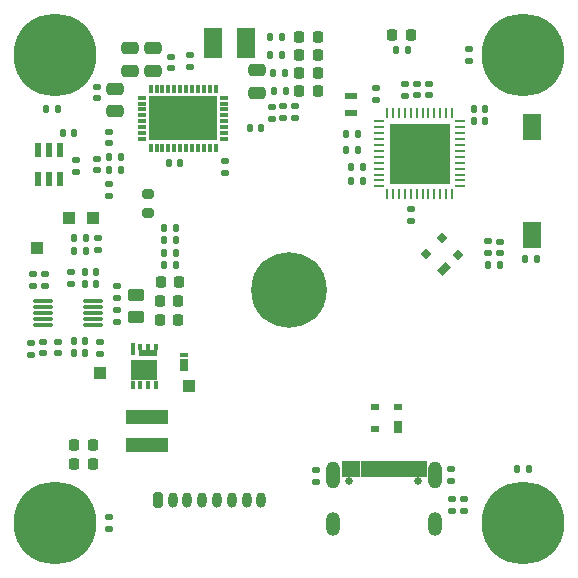
<source format=gbr>
G04 #@! TF.GenerationSoftware,KiCad,Pcbnew,8.0.8*
G04 #@! TF.CreationDate,2025-02-05T10:03:22-05:00*
G04 #@! TF.ProjectId,RW_board,52575f62-6f61-4726-942e-6b696361645f,rev?*
G04 #@! TF.SameCoordinates,Original*
G04 #@! TF.FileFunction,Soldermask,Top*
G04 #@! TF.FilePolarity,Negative*
%FSLAX46Y46*%
G04 Gerber Fmt 4.6, Leading zero omitted, Abs format (unit mm)*
G04 Created by KiCad (PCBNEW 8.0.8) date 2025-02-05 10:03:22*
%MOMM*%
%LPD*%
G01*
G04 APERTURE LIST*
G04 Aperture macros list*
%AMRoundRect*
0 Rectangle with rounded corners*
0 $1 Rounding radius*
0 $2 $3 $4 $5 $6 $7 $8 $9 X,Y pos of 4 corners*
0 Add a 4 corners polygon primitive as box body*
4,1,4,$2,$3,$4,$5,$6,$7,$8,$9,$2,$3,0*
0 Add four circle primitives for the rounded corners*
1,1,$1+$1,$2,$3*
1,1,$1+$1,$4,$5*
1,1,$1+$1,$6,$7*
1,1,$1+$1,$8,$9*
0 Add four rect primitives between the rounded corners*
20,1,$1+$1,$2,$3,$4,$5,0*
20,1,$1+$1,$4,$5,$6,$7,0*
20,1,$1+$1,$6,$7,$8,$9,0*
20,1,$1+$1,$8,$9,$2,$3,0*%
%AMRotRect*
0 Rectangle, with rotation*
0 The origin of the aperture is its center*
0 $1 length*
0 $2 width*
0 $3 Rotation angle, in degrees counterclockwise*
0 Add horizontal line*
21,1,$1,$2,0,0,$3*%
G04 Aperture macros list end*
%ADD10C,0.010000*%
%ADD11RoundRect,0.135000X-0.135000X-0.185000X0.135000X-0.185000X0.135000X0.185000X-0.135000X0.185000X0*%
%ADD12RoundRect,0.140000X0.140000X0.170000X-0.140000X0.170000X-0.140000X-0.170000X0.140000X-0.170000X0*%
%ADD13R,1.000000X1.000000*%
%ADD14C,0.800000*%
%ADD15C,7.000000*%
%ADD16RoundRect,0.135000X0.185000X-0.135000X0.185000X0.135000X-0.185000X0.135000X-0.185000X-0.135000X0*%
%ADD17RoundRect,0.135000X0.135000X0.185000X-0.135000X0.185000X-0.135000X-0.185000X0.135000X-0.185000X0*%
%ADD18C,6.400000*%
%ADD19RoundRect,0.140000X-0.140000X-0.170000X0.140000X-0.170000X0.140000X0.170000X-0.140000X0.170000X0*%
%ADD20RoundRect,0.225000X-0.225000X-0.250000X0.225000X-0.250000X0.225000X0.250000X-0.225000X0.250000X0*%
%ADD21R,1.600000X2.180000*%
%ADD22RoundRect,0.135000X-0.185000X0.135000X-0.185000X-0.135000X0.185000X-0.135000X0.185000X0.135000X0*%
%ADD23RoundRect,0.140000X0.170000X-0.140000X0.170000X0.140000X-0.170000X0.140000X-0.170000X-0.140000X0*%
%ADD24RoundRect,0.225000X0.225000X0.250000X-0.225000X0.250000X-0.225000X-0.250000X0.225000X-0.250000X0*%
%ADD25RoundRect,0.200000X-0.200000X-0.450000X0.200000X-0.450000X0.200000X0.450000X-0.200000X0.450000X0*%
%ADD26O,0.800000X1.300000*%
%ADD27RotRect,0.700000X1.000000X135.000000*%
%ADD28RotRect,0.600000X0.700000X45.000000*%
%ADD29RoundRect,0.140000X-0.170000X0.140000X-0.170000X-0.140000X0.170000X-0.140000X0.170000X0.140000X0*%
%ADD30RoundRect,0.250000X-0.475000X0.250000X-0.475000X-0.250000X0.475000X-0.250000X0.475000X0.250000X0*%
%ADD31RoundRect,0.102000X1.700000X-0.490000X1.700000X0.490000X-1.700000X0.490000X-1.700000X-0.490000X0*%
%ADD32R,1.650000X2.600000*%
%ADD33RoundRect,0.062500X-0.375000X-0.062500X0.375000X-0.062500X0.375000X0.062500X-0.375000X0.062500X0*%
%ADD34RoundRect,0.062500X-0.062500X-0.375000X0.062500X-0.375000X0.062500X0.375000X-0.062500X0.375000X0*%
%ADD35R,5.150000X5.150000*%
%ADD36R,0.700000X1.000000*%
%ADD37R,0.700000X0.600000*%
%ADD38RoundRect,0.218750X0.218750X0.256250X-0.218750X0.256250X-0.218750X-0.256250X0.218750X-0.256250X0*%
%ADD39R,0.600000X1.250000*%
%ADD40R,0.340000X0.500000*%
%ADD41R,0.340000X1.000000*%
%ADD42R,0.340000X0.800000*%
%ADD43R,1.640000X0.600000*%
%ADD44R,2.290000X1.710000*%
%ADD45RoundRect,0.250000X0.475000X-0.250000X0.475000X0.250000X-0.475000X0.250000X-0.475000X-0.250000X0*%
%ADD46R,1.100000X0.600000*%
%ADD47R,0.690000X0.385000*%
%ADD48R,0.690000X1.035000*%
%ADD49RoundRect,0.250000X-0.450000X0.262500X-0.450000X-0.262500X0.450000X-0.262500X0.450000X0.262500X0*%
%ADD50R,0.300000X0.800000*%
%ADD51R,0.800000X0.300000*%
%ADD52R,5.800000X3.800000*%
%ADD53RoundRect,0.200000X-0.275000X0.200000X-0.275000X-0.200000X0.275000X-0.200000X0.275000X0.200000X0*%
%ADD54RoundRect,0.087500X0.725000X0.087500X-0.725000X0.087500X-0.725000X-0.087500X0.725000X-0.087500X0*%
%ADD55C,0.650000*%
%ADD56O,1.204000X2.304000*%
%ADD57O,1.204000X2.004000*%
G04 APERTURE END LIST*
D10*
X154376000Y-115250000D02*
X153676000Y-115250000D01*
X153676000Y-114000000D01*
X154376000Y-114000000D01*
X154376000Y-115250000D01*
G36*
X154376000Y-115250000D02*
G01*
X153676000Y-115250000D01*
X153676000Y-114000000D01*
X154376000Y-114000000D01*
X154376000Y-115250000D01*
G37*
X155176000Y-115250000D02*
X154476000Y-115250000D01*
X154476000Y-114000000D01*
X155176000Y-114000000D01*
X155176000Y-115250000D01*
G36*
X155176000Y-115250000D02*
G01*
X154476000Y-115250000D01*
X154476000Y-114000000D01*
X155176000Y-114000000D01*
X155176000Y-115250000D01*
G37*
X155676000Y-115250000D02*
X155276000Y-115250000D01*
X155276000Y-114000000D01*
X155676000Y-114000000D01*
X155676000Y-115250000D01*
G36*
X155676000Y-115250000D02*
G01*
X155276000Y-115250000D01*
X155276000Y-114000000D01*
X155676000Y-114000000D01*
X155676000Y-115250000D01*
G37*
X156176000Y-115250000D02*
X155776000Y-115250000D01*
X155776000Y-114000000D01*
X156176000Y-114000000D01*
X156176000Y-115250000D01*
G36*
X156176000Y-115250000D02*
G01*
X155776000Y-115250000D01*
X155776000Y-114000000D01*
X156176000Y-114000000D01*
X156176000Y-115250000D01*
G37*
X156676000Y-115250000D02*
X156276000Y-115250000D01*
X156276000Y-114000000D01*
X156676000Y-114000000D01*
X156676000Y-115250000D01*
G36*
X156676000Y-115250000D02*
G01*
X156276000Y-115250000D01*
X156276000Y-114000000D01*
X156676000Y-114000000D01*
X156676000Y-115250000D01*
G37*
X157176000Y-115250000D02*
X156776000Y-115250000D01*
X156776000Y-114000000D01*
X157176000Y-114000000D01*
X157176000Y-115250000D01*
G36*
X157176000Y-115250000D02*
G01*
X156776000Y-115250000D01*
X156776000Y-114000000D01*
X157176000Y-114000000D01*
X157176000Y-115250000D01*
G37*
X157676000Y-115250000D02*
X157276000Y-115250000D01*
X157276000Y-114000000D01*
X157676000Y-114000000D01*
X157676000Y-115250000D01*
G36*
X157676000Y-115250000D02*
G01*
X157276000Y-115250000D01*
X157276000Y-114000000D01*
X157676000Y-114000000D01*
X157676000Y-115250000D01*
G37*
X158176000Y-115250000D02*
X157776000Y-115250000D01*
X157776000Y-114000000D01*
X158176000Y-114000000D01*
X158176000Y-115250000D01*
G36*
X158176000Y-115250000D02*
G01*
X157776000Y-115250000D01*
X157776000Y-114000000D01*
X158176000Y-114000000D01*
X158176000Y-115250000D01*
G37*
X158676000Y-115250000D02*
X158276000Y-115250000D01*
X158276000Y-114000000D01*
X158676000Y-114000000D01*
X158676000Y-115250000D01*
G36*
X158676000Y-115250000D02*
G01*
X158276000Y-115250000D01*
X158276000Y-114000000D01*
X158676000Y-114000000D01*
X158676000Y-115250000D01*
G37*
X159176000Y-115250000D02*
X158776000Y-115250000D01*
X158776000Y-114000000D01*
X159176000Y-114000000D01*
X159176000Y-115250000D01*
G36*
X159176000Y-115250000D02*
G01*
X158776000Y-115250000D01*
X158776000Y-114000000D01*
X159176000Y-114000000D01*
X159176000Y-115250000D01*
G37*
X159976000Y-115250000D02*
X159276000Y-115250000D01*
X159276000Y-114000000D01*
X159976000Y-114000000D01*
X159976000Y-115250000D01*
G36*
X159976000Y-115250000D02*
G01*
X159276000Y-115250000D01*
X159276000Y-114000000D01*
X159976000Y-114000000D01*
X159976000Y-115250000D01*
G37*
X160776000Y-115250000D02*
X160076000Y-115250000D01*
X160076000Y-114000000D01*
X160776000Y-114000000D01*
X160776000Y-115250000D01*
G36*
X160776000Y-115250000D02*
G01*
X160076000Y-115250000D01*
X160076000Y-114000000D01*
X160776000Y-114000000D01*
X160776000Y-115250000D01*
G37*
D11*
X154430000Y-89154000D03*
X155450000Y-89154000D03*
D12*
X165834000Y-84198500D03*
X164874000Y-84198500D03*
D11*
X169160000Y-96901000D03*
X170180000Y-96901000D03*
D13*
X140716000Y-107696000D03*
D14*
X127556845Y-77772845D03*
X127556845Y-81485155D03*
D15*
X129413000Y-79629000D03*
D14*
X129413000Y-82254000D03*
X131269155Y-77772845D03*
X131269155Y-81485155D03*
X132038000Y-79629000D03*
D13*
X132588000Y-93472000D03*
D11*
X131011200Y-96266000D03*
X132031200Y-96266000D03*
D16*
X151500000Y-115760000D03*
X151500000Y-114740000D03*
D11*
X147616000Y-78105000D03*
X148636000Y-78105000D03*
D12*
X132866800Y-98029000D03*
X131906800Y-98029000D03*
D17*
X139657000Y-94279000D03*
X138637000Y-94279000D03*
D18*
X149200000Y-99500000D03*
D19*
X145925600Y-85852000D03*
X146885600Y-85852000D03*
D20*
X138290000Y-100487000D03*
X139840000Y-100487000D03*
D21*
X169799000Y-85707000D03*
X169799000Y-94887000D03*
D22*
X149733000Y-83945000D03*
X149733000Y-84965000D03*
D16*
X128524000Y-99189000D03*
X128524000Y-98169000D03*
D23*
X132969000Y-89380000D03*
X132969000Y-88420000D03*
D24*
X132601000Y-112649000D03*
X131051000Y-112649000D03*
D19*
X139020000Y-88750000D03*
X139980000Y-88750000D03*
D25*
X138119000Y-117299000D03*
D26*
X139369000Y-117299000D03*
X140619000Y-117299000D03*
X141869000Y-117299000D03*
X143119000Y-117299000D03*
X144369000Y-117299000D03*
X145619000Y-117299000D03*
X146869000Y-117299000D03*
D11*
X147626000Y-79629000D03*
X148646000Y-79629000D03*
D27*
X162355777Y-97757437D03*
D28*
X163557858Y-96555355D03*
X162143645Y-95141142D03*
X160800142Y-96484645D03*
D29*
X133248400Y-103964800D03*
X133248400Y-104924800D03*
D22*
X134620000Y-101247000D03*
X134620000Y-102267000D03*
D29*
X133985000Y-90579000D03*
X133985000Y-91539000D03*
X160020000Y-82085000D03*
X160020000Y-83045000D03*
D12*
X131036000Y-86233000D03*
X130076000Y-86233000D03*
D23*
X133985000Y-87094000D03*
X133985000Y-86134000D03*
D16*
X159004000Y-83075000D03*
X159004000Y-82055000D03*
X163000000Y-118260000D03*
X163000000Y-117240000D03*
D12*
X132864800Y-99045000D03*
X131904800Y-99045000D03*
D30*
X146496039Y-80932750D03*
X146496039Y-82832750D03*
D31*
X137160000Y-112691000D03*
X137160000Y-110321000D03*
D11*
X147893322Y-81157909D03*
X148913322Y-81157909D03*
D14*
X166412000Y-79629000D03*
X167180845Y-77772845D03*
X167180845Y-81485155D03*
D15*
X169037000Y-79629000D03*
D14*
X169037000Y-82254000D03*
X170893155Y-77772845D03*
X170893155Y-81485155D03*
D17*
X135003000Y-88265000D03*
X133983000Y-88265000D03*
D29*
X128397000Y-103914000D03*
X128397000Y-104874000D03*
D30*
X134493000Y-82489000D03*
X134493000Y-84389000D03*
D11*
X168527000Y-114681000D03*
X169547000Y-114681000D03*
D32*
X142745000Y-78587600D03*
X145545000Y-78587600D03*
D33*
X156836500Y-85261000D03*
X156836500Y-85761000D03*
X156836500Y-86261000D03*
X156836500Y-86761000D03*
X156836500Y-87261000D03*
X156836500Y-87761000D03*
X156836500Y-88261000D03*
X156836500Y-88761000D03*
X156836500Y-89261000D03*
X156836500Y-89761000D03*
X156836500Y-90261000D03*
X156836500Y-90761000D03*
D34*
X157524000Y-91448500D03*
X158024000Y-91448500D03*
X158524000Y-91448500D03*
X159024000Y-91448500D03*
X159524000Y-91448500D03*
X160024000Y-91448500D03*
X160524000Y-91448500D03*
X161024000Y-91448500D03*
X161524000Y-91448500D03*
X162024000Y-91448500D03*
X162524000Y-91448500D03*
X163024000Y-91448500D03*
D33*
X163711500Y-90761000D03*
X163711500Y-90261000D03*
X163711500Y-89761000D03*
X163711500Y-89261000D03*
X163711500Y-88761000D03*
X163711500Y-88261000D03*
X163711500Y-87761000D03*
X163711500Y-87261000D03*
X163711500Y-86761000D03*
X163711500Y-86261000D03*
X163711500Y-85761000D03*
X163711500Y-85261000D03*
D34*
X163024000Y-84573500D03*
X162524000Y-84573500D03*
X162024000Y-84573500D03*
X161524000Y-84573500D03*
X161024000Y-84573500D03*
X160524000Y-84573500D03*
X160024000Y-84573500D03*
X159524000Y-84573500D03*
X159024000Y-84573500D03*
X158524000Y-84573500D03*
X158024000Y-84573500D03*
X157524000Y-84573500D03*
D35*
X160274000Y-88011000D03*
D23*
X140843000Y-80617000D03*
X140843000Y-79657000D03*
D22*
X134620000Y-99215000D03*
X134620000Y-100235000D03*
D36*
X158480000Y-111113000D03*
D37*
X158480000Y-109413000D03*
X156480000Y-109413000D03*
X156480000Y-111313000D03*
D17*
X135003000Y-89408000D03*
X133983000Y-89408000D03*
X132031200Y-95123000D03*
X131011200Y-95123000D03*
D38*
X151638000Y-81153000D03*
X150063000Y-81153000D03*
X151663500Y-79629000D03*
X150088500Y-79629000D03*
D39*
X129855000Y-87650000D03*
X128905000Y-87650000D03*
X127955000Y-87650000D03*
X127955000Y-90150000D03*
X128905000Y-90150000D03*
X129855000Y-90150000D03*
D40*
X137922000Y-104319000D03*
X137272000Y-104319000D03*
X136622000Y-104319000D03*
D41*
X135972000Y-104569000D03*
D42*
X135972000Y-107569000D03*
X136622000Y-107569000D03*
X137272000Y-107569000D03*
X137922000Y-107569000D03*
D43*
X137272000Y-104869000D03*
D44*
X136947000Y-106314000D03*
D38*
X159537500Y-77978000D03*
X157962500Y-77978000D03*
X151663500Y-82677000D03*
X150088500Y-82677000D03*
X151663500Y-78105000D03*
X150088500Y-78105000D03*
D45*
X135737600Y-80966000D03*
X135737600Y-79066000D03*
D14*
X166412000Y-119253000D03*
X167180845Y-117396845D03*
X167180845Y-121109155D03*
X169037000Y-116628000D03*
D15*
X169037000Y-119253000D03*
D14*
X170893155Y-117396845D03*
X170893155Y-121109155D03*
D13*
X133223000Y-106553000D03*
X127889000Y-96012000D03*
D29*
X167086000Y-95433000D03*
X167086000Y-96393000D03*
D24*
X132601000Y-114300000D03*
X131051000Y-114300000D03*
D16*
X143764000Y-89664000D03*
X143764000Y-88644000D03*
D46*
X154432000Y-83120000D03*
X154432000Y-84520000D03*
D19*
X154079000Y-86360000D03*
X155039000Y-86360000D03*
D22*
X147782596Y-84012793D03*
X147782596Y-85032793D03*
X164465000Y-79119000D03*
X164465000Y-80139000D03*
D11*
X138637000Y-95295000D03*
X139657000Y-95295000D03*
D23*
X159524000Y-93678500D03*
X159524000Y-92718500D03*
D22*
X127381000Y-104011000D03*
X127381000Y-105031000D03*
D47*
X140335000Y-105006000D03*
D48*
X140335000Y-105918000D03*
D29*
X161036000Y-82085000D03*
X161036000Y-83045000D03*
D49*
X136271000Y-99955500D03*
X136271000Y-101780500D03*
D11*
X147952816Y-82645258D03*
X148972816Y-82645258D03*
D29*
X139250000Y-79770000D03*
X139250000Y-80730000D03*
D17*
X167096000Y-97413000D03*
X166076000Y-97413000D03*
D22*
X148717000Y-83945000D03*
X148717000Y-84965000D03*
D19*
X138652000Y-96361000D03*
X139612000Y-96361000D03*
D12*
X165834000Y-85198500D03*
X164874000Y-85198500D03*
D23*
X164000000Y-118230000D03*
X164000000Y-117270000D03*
D17*
X159260000Y-79248000D03*
X158240000Y-79248000D03*
D20*
X138290000Y-102108000D03*
X139840000Y-102108000D03*
D11*
X154430000Y-90297000D03*
X155450000Y-90297000D03*
D16*
X133985000Y-119763000D03*
X133985000Y-118743000D03*
D11*
X128649000Y-84201000D03*
X129669000Y-84201000D03*
D50*
X143000000Y-82500000D03*
X142500000Y-82500000D03*
X142000000Y-82500000D03*
X141500000Y-82500000D03*
X141000000Y-82500000D03*
X140500000Y-82500000D03*
X140000000Y-82500000D03*
X139500000Y-82500000D03*
X139000000Y-82500000D03*
X138500000Y-82500000D03*
X138000000Y-82500000D03*
X137500000Y-82500000D03*
D51*
X136750000Y-83250000D03*
X136750000Y-83750000D03*
X136750000Y-84250000D03*
X136750000Y-84750000D03*
X136750000Y-85250000D03*
X136750000Y-85750000D03*
X136750000Y-86250000D03*
X136750000Y-86750000D03*
D50*
X137500000Y-87500000D03*
X138000000Y-87500000D03*
X138500000Y-87500000D03*
X139000000Y-87500000D03*
X139500000Y-87500000D03*
X140000000Y-87500000D03*
X140500000Y-87500000D03*
X141000000Y-87500000D03*
X141500000Y-87500000D03*
X142000000Y-87500000D03*
X142500000Y-87500000D03*
X143000000Y-87500000D03*
D51*
X143750000Y-86750000D03*
X143750000Y-86250000D03*
X143750000Y-85750000D03*
X143750000Y-85250000D03*
X143750000Y-84750000D03*
X143750000Y-84250000D03*
X143750000Y-83750000D03*
X143750000Y-83250000D03*
D52*
X140250000Y-85000000D03*
D53*
X137287000Y-91377000D03*
X137287000Y-93027000D03*
D12*
X131970000Y-104887000D03*
X131010000Y-104887000D03*
D54*
X132586500Y-102458000D03*
X132586500Y-101958000D03*
X132586500Y-101458000D03*
X132586500Y-100958000D03*
X132586500Y-100458000D03*
X128361500Y-100458000D03*
X128361500Y-100958000D03*
X128361500Y-101458000D03*
X128361500Y-101958000D03*
X128361500Y-102458000D03*
D29*
X129667000Y-103914000D03*
X129667000Y-104874000D03*
D20*
X138372000Y-98851000D03*
X139922000Y-98851000D03*
D29*
X132969000Y-82324000D03*
X132969000Y-83284000D03*
D22*
X133045200Y-95146400D03*
X133045200Y-96166400D03*
D45*
X137731000Y-80960000D03*
X137731000Y-79060000D03*
D22*
X130735800Y-98027000D03*
X130735800Y-99047000D03*
D16*
X166086000Y-96423000D03*
X166086000Y-95403000D03*
X162941000Y-115699000D03*
X162941000Y-114679000D03*
D13*
X130556000Y-93472000D03*
D14*
X127556845Y-117396845D03*
X127556845Y-121109155D03*
X129413000Y-116628000D03*
D15*
X129413000Y-119253000D03*
D14*
X131269155Y-117396845D03*
X131269155Y-121109155D03*
X132038000Y-119253000D03*
D12*
X131970000Y-103871000D03*
X131010000Y-103871000D03*
D23*
X131191000Y-89507000D03*
X131191000Y-88547000D03*
D55*
X154336000Y-115700000D03*
X160116000Y-115700000D03*
D56*
X152906000Y-115200000D03*
X161546000Y-115200000D03*
D57*
X152906000Y-119380000D03*
X161546000Y-119380000D03*
D19*
X154079000Y-87680800D03*
X155039000Y-87680800D03*
X138667000Y-97454000D03*
X139627000Y-97454000D03*
D22*
X127508000Y-98169000D03*
X127508000Y-99189000D03*
D29*
X156591000Y-82451000D03*
X156591000Y-83411000D03*
M02*

</source>
